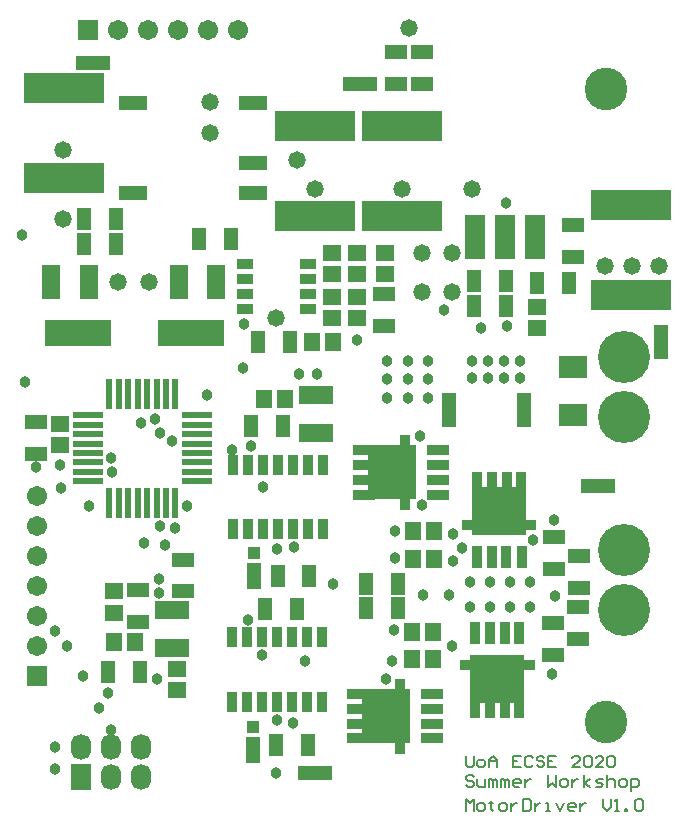
<source format=gts>
G04*
G04 #@! TF.GenerationSoftware,Altium Limited,Altium Designer,21.0.9 (235)*
G04*
G04 Layer_Color=8388736*
%FSLAX25Y25*%
%MOIN*%
G70*
G04*
G04 #@! TF.SameCoordinates,CCBB63D4-E8DD-42B9-A150-1630AA2F812C*
G04*
G04*
G04 #@! TF.FilePolarity,Negative*
G04*
G01*
G75*
%ADD14C,0.00787*%
%ADD43R,0.06312X0.05524*%
%ADD44R,0.04800X0.11300*%
%ADD45R,0.11300X0.04800*%
%ADD46R,0.05131X0.07493*%
%ADD47R,0.05524X0.06312*%
%ADD48R,0.07493X0.05131*%
%ADD49R,0.26784X0.09855*%
%ADD50R,0.18162X0.16154*%
%ADD51R,0.07300X0.03587*%
%ADD52R,0.03194X0.07300*%
%ADD53R,0.03556X0.06509*%
%ADD54R,0.05300X0.03800*%
%ADD55R,0.09300X0.07800*%
%ADD56R,0.09800X0.04700*%
%ADD57R,0.07100X0.14580*%
%ADD58R,0.22453X0.08674*%
%ADD59R,0.05918X0.11430*%
%ADD60R,0.07300X0.03194*%
%ADD61R,0.03587X0.07300*%
%ADD62R,0.16154X0.18162*%
%ADD63R,0.02375X0.10249*%
%ADD64R,0.10249X0.02375*%
%ADD65R,0.03950X0.03950*%
%ADD66R,0.05131X0.08674*%
%ADD67R,0.11430X0.05918*%
%ADD68R,0.06706X0.08674*%
%ADD69O,0.06706X0.08674*%
%ADD70C,0.06706*%
%ADD71R,0.06706X0.06706*%
%ADD72R,0.06706X0.06706*%
%ADD73C,0.17335*%
%ADD74C,0.03800*%
%ADD75C,0.14186*%
%ADD76C,0.05800*%
D14*
X160387Y25560D02*
Y22280D01*
X161043Y21625D01*
X162355D01*
X163011Y22280D01*
Y25560D01*
X164979Y21625D02*
X166291D01*
X166947Y22280D01*
Y23592D01*
X166291Y24248D01*
X164979D01*
X164323Y23592D01*
Y22280D01*
X164979Y21625D01*
X168259D02*
Y24248D01*
X169571Y25560D01*
X170883Y24248D01*
Y21625D01*
Y23592D01*
X168259D01*
X178754Y25560D02*
X176130D01*
Y21625D01*
X178754D01*
X176130Y23592D02*
X177442D01*
X182690Y24904D02*
X182034Y25560D01*
X180722D01*
X180066Y24904D01*
Y22280D01*
X180722Y21625D01*
X182034D01*
X182690Y22280D01*
X186626Y24904D02*
X185970Y25560D01*
X184658D01*
X184002Y24904D01*
Y24248D01*
X184658Y23592D01*
X185970D01*
X186626Y22937D01*
Y22280D01*
X185970Y21625D01*
X184658D01*
X184002Y22280D01*
X190561Y25560D02*
X187937D01*
Y21625D01*
X190561D01*
X187937Y23592D02*
X189249D01*
X198433Y21625D02*
X195809D01*
X198433Y24248D01*
Y24904D01*
X197777Y25560D01*
X196465D01*
X195809Y24904D01*
X199745D02*
X200401Y25560D01*
X201713D01*
X202368Y24904D01*
Y22280D01*
X201713Y21625D01*
X200401D01*
X199745Y22280D01*
Y24904D01*
X206304Y21625D02*
X203680D01*
X206304Y24248D01*
Y24904D01*
X205648Y25560D01*
X204336D01*
X203680Y24904D01*
X207616D02*
X208272Y25560D01*
X209584D01*
X210240Y24904D01*
Y22280D01*
X209584Y21625D01*
X208272D01*
X207616Y22280D01*
Y24904D01*
X163011Y18292D02*
X162355Y18948D01*
X161043D01*
X160387Y18292D01*
Y17636D01*
X161043Y16980D01*
X162355D01*
X163011Y16324D01*
Y15668D01*
X162355Y15012D01*
X161043D01*
X160387Y15668D01*
X164323Y17636D02*
Y15668D01*
X164979Y15012D01*
X166947D01*
Y17636D01*
X168259Y15012D02*
Y17636D01*
X168915D01*
X169571Y16980D01*
Y15012D01*
Y16980D01*
X170227Y17636D01*
X170883Y16980D01*
Y15012D01*
X172195D02*
Y17636D01*
X172851D01*
X173506Y16980D01*
Y15012D01*
Y16980D01*
X174162Y17636D01*
X174818Y16980D01*
Y15012D01*
X178098D02*
X176786D01*
X176130Y15668D01*
Y16980D01*
X176786Y17636D01*
X178098D01*
X178754Y16980D01*
Y16324D01*
X176130D01*
X180066Y17636D02*
Y15012D01*
Y16324D01*
X180722Y16980D01*
X181378Y17636D01*
X182034D01*
X187937Y18948D02*
Y15012D01*
X189249Y16324D01*
X190561Y15012D01*
Y18948D01*
X192529Y15012D02*
X193841D01*
X194497Y15668D01*
Y16980D01*
X193841Y17636D01*
X192529D01*
X191873Y16980D01*
Y15668D01*
X192529Y15012D01*
X195809Y17636D02*
Y15012D01*
Y16324D01*
X196465Y16980D01*
X197121Y17636D01*
X197777D01*
X199745Y15012D02*
Y18948D01*
Y16324D02*
X201713Y17636D01*
X199745Y16324D02*
X201713Y15012D01*
X203680D02*
X205648D01*
X206304Y15668D01*
X205648Y16324D01*
X204336D01*
X203680Y16980D01*
X204336Y17636D01*
X206304D01*
X207616Y18948D02*
Y15012D01*
Y16980D01*
X208272Y17636D01*
X209584D01*
X210240Y16980D01*
Y15012D01*
X212208D02*
X213520D01*
X214176Y15668D01*
Y16980D01*
X213520Y17636D01*
X212208D01*
X211552Y16980D01*
Y15668D01*
X212208Y15012D01*
X215488Y13700D02*
Y17636D01*
X217456D01*
X218111Y16980D01*
Y15668D01*
X217456Y15012D01*
X215488D01*
X160387Y7087D02*
Y11023D01*
X161699Y9711D01*
X163011Y11023D01*
Y7087D01*
X164979D02*
X166291D01*
X166947Y7743D01*
Y9055D01*
X166291Y9711D01*
X164979D01*
X164323Y9055D01*
Y7743D01*
X164979Y7087D01*
X168915Y10367D02*
Y9711D01*
X168259D01*
X169571D01*
X168915D01*
Y7743D01*
X169571Y7087D01*
X172195D02*
X173506D01*
X174162Y7743D01*
Y9055D01*
X173506Y9711D01*
X172195D01*
X171539Y9055D01*
Y7743D01*
X172195Y7087D01*
X175474Y9711D02*
Y7087D01*
Y8399D01*
X176130Y9055D01*
X176786Y9711D01*
X177442D01*
X179410Y11023D02*
Y7087D01*
X181378D01*
X182034Y7743D01*
Y10367D01*
X181378Y11023D01*
X179410D01*
X183346Y9711D02*
Y7087D01*
Y8399D01*
X184002Y9055D01*
X184658Y9711D01*
X185314D01*
X187282Y7087D02*
X188593D01*
X187937D01*
Y9711D01*
X187282D01*
X190561D02*
X191873Y7087D01*
X193185Y9711D01*
X196465Y7087D02*
X195153D01*
X194497Y7743D01*
Y9055D01*
X195153Y9711D01*
X196465D01*
X197121Y9055D01*
Y8399D01*
X194497D01*
X198433Y9711D02*
Y7087D01*
Y8399D01*
X199089Y9055D01*
X199745Y9711D01*
X200401D01*
X206304Y11023D02*
Y8399D01*
X207616Y7087D01*
X208928Y8399D01*
Y11023D01*
X210240Y7087D02*
X211552D01*
X210896D01*
Y11023D01*
X210240Y10367D01*
X213520Y7087D02*
Y7743D01*
X214176D01*
Y7087D01*
X213520D01*
X216799Y10367D02*
X217456Y11023D01*
X218767D01*
X219423Y10367D01*
Y7743D01*
X218767Y7087D01*
X217456D01*
X216799Y7743D01*
Y10367D01*
D43*
X64300Y47257D02*
D03*
Y54343D02*
D03*
X43100Y80300D02*
D03*
Y73213D02*
D03*
X25000Y128957D02*
D03*
Y136043D02*
D03*
X115700Y193043D02*
D03*
Y185957D02*
D03*
X124000Y193043D02*
D03*
Y185957D02*
D03*
X184200Y175043D02*
D03*
Y167957D02*
D03*
X124000Y171457D02*
D03*
Y178543D02*
D03*
X115700Y178517D02*
D03*
Y171430D02*
D03*
X133500Y185957D02*
D03*
Y193043D02*
D03*
D44*
X179900Y140700D02*
D03*
X225500Y163500D02*
D03*
X154700Y140700D02*
D03*
D45*
X110200Y19600D02*
D03*
X204500Y115500D02*
D03*
X125300Y249400D02*
D03*
X36300Y256500D02*
D03*
D46*
X104115Y74500D02*
D03*
X93485D02*
D03*
X137815Y82800D02*
D03*
X127185D02*
D03*
X137715Y74700D02*
D03*
X127085D02*
D03*
X99515Y135300D02*
D03*
X88885D02*
D03*
X97685Y85500D02*
D03*
X108315D02*
D03*
X97285Y28974D02*
D03*
X107915D02*
D03*
X71385Y197800D02*
D03*
X82015D02*
D03*
X33185Y196000D02*
D03*
X43815D02*
D03*
X41285Y53300D02*
D03*
X51915D02*
D03*
X101700Y163474D02*
D03*
X91070D02*
D03*
X163185Y175300D02*
D03*
X173815D02*
D03*
Y183800D02*
D03*
X163185D02*
D03*
X184185Y183000D02*
D03*
X194815D02*
D03*
X33185Y204500D02*
D03*
X43815D02*
D03*
D47*
X149543Y66700D02*
D03*
X142457D02*
D03*
X149443Y57774D02*
D03*
X142357D02*
D03*
X43057Y63300D02*
D03*
X50143D02*
D03*
X109113Y163474D02*
D03*
X116200D02*
D03*
X93157Y144300D02*
D03*
X100243D02*
D03*
X142657Y100474D02*
D03*
X149743D02*
D03*
X142657Y90974D02*
D03*
X149743D02*
D03*
D48*
X189700Y87685D02*
D03*
Y98315D02*
D03*
X198000Y81385D02*
D03*
Y92015D02*
D03*
X197900Y75115D02*
D03*
Y64485D02*
D03*
X189600Y69715D02*
D03*
Y59085D02*
D03*
X66000Y90915D02*
D03*
Y80285D02*
D03*
X145900Y260195D02*
D03*
Y249565D02*
D03*
X137100Y260195D02*
D03*
Y249565D02*
D03*
X51100Y70170D02*
D03*
Y80800D02*
D03*
X17000Y136815D02*
D03*
Y126185D02*
D03*
X133300Y179315D02*
D03*
Y168685D02*
D03*
X196000Y202315D02*
D03*
Y191685D02*
D03*
D49*
X26500Y218039D02*
D03*
Y247961D02*
D03*
X215500Y179000D02*
D03*
Y208921D02*
D03*
X110000Y235461D02*
D03*
Y205539D02*
D03*
X139000D02*
D03*
Y235461D02*
D03*
D50*
X171500Y107000D02*
D03*
X170900Y51147D02*
D03*
D51*
X162700Y102474D02*
D03*
X180300D02*
D03*
X179700Y55674D02*
D03*
X162100D02*
D03*
D52*
X164100Y116274D02*
D03*
X169000D02*
D03*
X174000D02*
D03*
X178900D02*
D03*
X164100Y91674D02*
D03*
X169000D02*
D03*
X173900D02*
D03*
X179000D02*
D03*
X178300Y41874D02*
D03*
X173400D02*
D03*
X168400D02*
D03*
X163500D02*
D03*
X178300Y66474D02*
D03*
X173400D02*
D03*
X168500D02*
D03*
X163400D02*
D03*
D53*
X112600Y64930D02*
D03*
X107600D02*
D03*
X102600D02*
D03*
X97600D02*
D03*
X92600D02*
D03*
X87600D02*
D03*
X82600D02*
D03*
X112600Y43474D02*
D03*
X107600D02*
D03*
X102600D02*
D03*
X97600D02*
D03*
X92600D02*
D03*
X87600D02*
D03*
X82600D02*
D03*
X82700Y100974D02*
D03*
X87700D02*
D03*
X92700D02*
D03*
X97700D02*
D03*
X102700D02*
D03*
X107700D02*
D03*
X112700D02*
D03*
X82700Y122430D02*
D03*
X87700D02*
D03*
X92700D02*
D03*
X97700D02*
D03*
X102700D02*
D03*
X107700D02*
D03*
X112700D02*
D03*
D54*
X107700Y174474D02*
D03*
X86700Y189474D02*
D03*
Y184474D02*
D03*
Y179474D02*
D03*
Y174474D02*
D03*
X107700Y189474D02*
D03*
Y184474D02*
D03*
Y179474D02*
D03*
D55*
X196100Y155200D02*
D03*
Y139200D02*
D03*
D56*
X49500Y243000D02*
D03*
Y213000D02*
D03*
X89500Y243000D02*
D03*
Y223000D02*
D03*
Y213000D02*
D03*
D57*
X163500Y198500D02*
D03*
X183500D02*
D03*
X173500D02*
D03*
D58*
X31299Y166500D02*
D03*
X68701D02*
D03*
D59*
X34799Y183500D02*
D03*
X22201D02*
D03*
X64701D02*
D03*
X77299D02*
D03*
D60*
X149200Y46174D02*
D03*
Y41074D02*
D03*
Y36174D02*
D03*
Y31274D02*
D03*
X124600Y46074D02*
D03*
Y41174D02*
D03*
Y36174D02*
D03*
Y31274D02*
D03*
X151000Y127474D02*
D03*
Y122374D02*
D03*
Y117474D02*
D03*
Y112574D02*
D03*
X126400Y127374D02*
D03*
Y122474D02*
D03*
Y117474D02*
D03*
Y112574D02*
D03*
D61*
X138400Y47474D02*
D03*
Y29874D02*
D03*
X140200Y128774D02*
D03*
Y111174D02*
D03*
D62*
X133874Y38674D02*
D03*
X135674Y119974D02*
D03*
D63*
X63634Y109866D02*
D03*
X60484D02*
D03*
X57335D02*
D03*
X54185D02*
D03*
X51035D02*
D03*
X47886D02*
D03*
X44736D02*
D03*
X41587D02*
D03*
X41587Y146087D02*
D03*
X44736D02*
D03*
X47886D02*
D03*
X51035D02*
D03*
X54185D02*
D03*
X57335D02*
D03*
X60484D02*
D03*
X63634D02*
D03*
D64*
X34500Y116953D02*
D03*
Y120102D02*
D03*
Y123252D02*
D03*
Y126401D02*
D03*
X34500Y129551D02*
D03*
X34500Y132701D02*
D03*
Y135850D02*
D03*
Y139000D02*
D03*
X70720Y139000D02*
D03*
Y135850D02*
D03*
Y132701D02*
D03*
Y129551D02*
D03*
Y126401D02*
D03*
Y123252D02*
D03*
Y120102D02*
D03*
Y116953D02*
D03*
D65*
X89600Y34954D02*
D03*
X89700Y92954D02*
D03*
D66*
X89600Y27474D02*
D03*
X89700Y85474D02*
D03*
D67*
X62400Y61401D02*
D03*
Y73999D02*
D03*
X110500Y133001D02*
D03*
Y145599D02*
D03*
D68*
X32000Y18500D02*
D03*
D69*
Y28500D02*
D03*
X42000Y18500D02*
D03*
Y28500D02*
D03*
X52000Y18500D02*
D03*
Y28500D02*
D03*
D70*
X17500Y112000D02*
D03*
Y102000D02*
D03*
Y92000D02*
D03*
Y82000D02*
D03*
Y62000D02*
D03*
Y72000D02*
D03*
X84500Y267500D02*
D03*
X74500D02*
D03*
X64500D02*
D03*
X54500D02*
D03*
X44500D02*
D03*
D71*
X17500Y52000D02*
D03*
D72*
X34500Y267500D02*
D03*
D73*
X213200Y73974D02*
D03*
Y93974D02*
D03*
Y138500D02*
D03*
Y158500D02*
D03*
D74*
X145900Y109100D02*
D03*
X87750Y70900D02*
D03*
X153245Y174176D02*
D03*
X165500Y168100D02*
D03*
X173115Y157000D02*
D03*
X178422D02*
D03*
X173115Y151500D02*
D03*
X178422D02*
D03*
X162500Y157000D02*
D03*
X167807D02*
D03*
X162500Y151500D02*
D03*
X167807D02*
D03*
X134300Y144800D02*
D03*
Y157200D02*
D03*
Y151000D02*
D03*
X141100Y144800D02*
D03*
X147900D02*
D03*
Y151000D02*
D03*
X141100D02*
D03*
X147900Y157200D02*
D03*
X141100D02*
D03*
X97200Y19700D02*
D03*
X57400Y51000D02*
D03*
X102800Y36400D02*
D03*
X106900Y57235D02*
D03*
X97600Y37500D02*
D03*
X58300Y79800D02*
D03*
Y84400D02*
D03*
X32750Y52250D02*
D03*
X60200Y95600D02*
D03*
X116000Y82721D02*
D03*
X173700Y209700D02*
D03*
X86400Y169300D02*
D03*
X136400Y67274D02*
D03*
X135917Y57241D02*
D03*
X88900Y128700D02*
D03*
X156300Y99300D02*
D03*
X145200Y132100D02*
D03*
X189300Y52900D02*
D03*
X189900Y104100D02*
D03*
X67500Y108900D02*
D03*
X86100Y154900D02*
D03*
X74059Y145700D02*
D03*
X82400Y127500D02*
D03*
X174200Y168600D02*
D03*
X104800Y152800D02*
D03*
X25000Y122500D02*
D03*
X25400Y114600D02*
D03*
X17200Y121800D02*
D03*
X182673Y97400D02*
D03*
X159200Y94800D02*
D03*
X154900Y79200D02*
D03*
X146300D02*
D03*
X168515Y75070D02*
D03*
X161848D02*
D03*
X168515Y83582D02*
D03*
X175181D02*
D03*
Y75070D02*
D03*
X181848Y83582D02*
D03*
Y75070D02*
D03*
X161848Y83582D02*
D03*
X136700Y91339D02*
D03*
X133817Y51041D02*
D03*
X190100Y78900D02*
D03*
X92500Y59000D02*
D03*
X97500Y94500D02*
D03*
X136700Y100415D02*
D03*
X62500Y130500D02*
D03*
X63500Y101500D02*
D03*
X58500Y133000D02*
D03*
X56727Y137727D02*
D03*
X52047Y136453D02*
D03*
X156000Y90500D02*
D03*
X23500Y28500D02*
D03*
Y21000D02*
D03*
X103000Y95000D02*
D03*
X124000Y164000D02*
D03*
X42000Y34000D02*
D03*
X38000Y41500D02*
D03*
X41255Y46455D02*
D03*
X27500Y62000D02*
D03*
X23500Y67000D02*
D03*
X12516Y198984D02*
D03*
X13500Y149969D02*
D03*
X110900Y152800D02*
D03*
X92700Y114974D02*
D03*
X155700Y62200D02*
D03*
X34769Y108731D02*
D03*
X58500Y102000D02*
D03*
X42500Y120000D02*
D03*
X42297Y124703D02*
D03*
X53000Y96500D02*
D03*
D75*
X207200Y36700D02*
D03*
Y247600D02*
D03*
D76*
X145900Y180100D02*
D03*
X141400Y268100D02*
D03*
X155900Y193100D02*
D03*
X145900D02*
D03*
X155900Y180100D02*
D03*
X139000Y214500D02*
D03*
X104000Y224000D02*
D03*
X215750Y188800D02*
D03*
X75200Y243400D02*
D03*
Y233200D02*
D03*
X26100Y204300D02*
D03*
X97200Y171300D02*
D03*
X54984Y183484D02*
D03*
X44500Y183500D02*
D03*
X110000Y214300D02*
D03*
X206700Y188800D02*
D03*
X224800D02*
D03*
X26100Y227400D02*
D03*
X162500Y214484D02*
D03*
M02*

</source>
